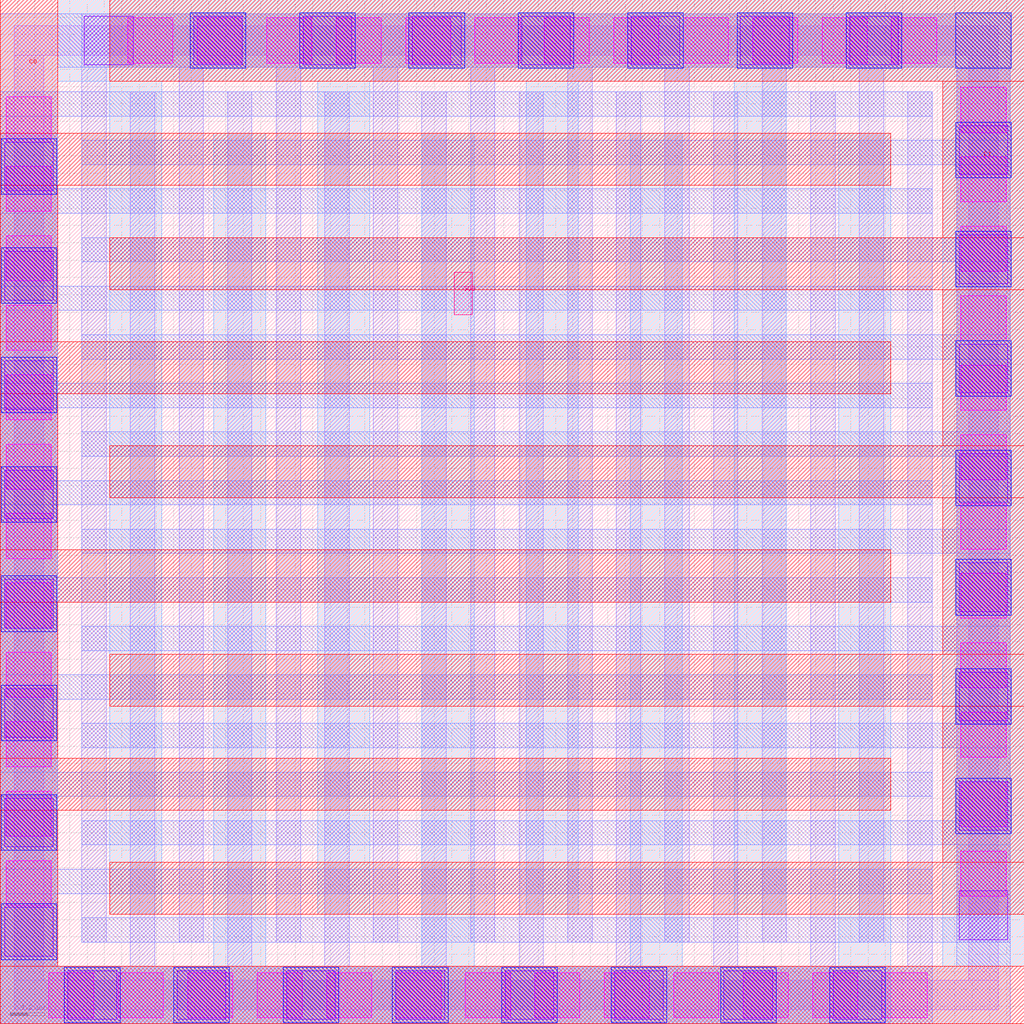
<source format=lef>
# Copyright 2020 The SkyWater PDK Authors
#
# Licensed under the Apache License, Version 2.0 (the "License");
# you may not use this file except in compliance with the License.
# You may obtain a copy of the License at
#
#     https://www.apache.org/licenses/LICENSE-2.0
#
# Unless required by applicable law or agreed to in writing, software
# distributed under the License is distributed on an "AS IS" BASIS,
# WITHOUT WARRANTIES OR CONDITIONS OF ANY KIND, either express or implied.
# See the License for the specific language governing permissions and
# limitations under the License.
#
# SPDX-License-Identifier: Apache-2.0

VERSION 5.7 ;
  NOWIREEXTENSIONATPIN ON ;
  DIVIDERCHAR "/" ;
  BUSBITCHARS "[]" ;
MACRO sky130_fd_pr__cap_vpp_05p9x05p9_m1m2m3m4_shieldl1_wafflecap
  CLASS BLOCK ;
  FOREIGN sky130_fd_pr__cap_vpp_05p9x05p9_m1m2m3m4_shieldl1_wafflecap ;
  ORIGIN  0.000000  0.000000 ;
  SIZE  5.900000 BY  5.900000 ;
  PIN C0
    PORT
      LAYER met4 ;
        RECT 0.000000 0.000000 5.900000 0.330000 ;
        RECT 0.000000 0.330000 0.330000 1.230000 ;
        RECT 0.000000 1.230000 5.130000 1.530000 ;
        RECT 0.000000 1.530000 0.330000 2.430000 ;
        RECT 0.000000 2.430000 5.130000 2.730000 ;
        RECT 0.000000 2.730000 0.330000 3.630000 ;
        RECT 0.000000 3.630000 5.130000 3.930000 ;
        RECT 0.000000 3.930000 0.330000 4.830000 ;
        RECT 0.000000 4.830000 5.130000 5.130000 ;
        RECT 0.000000 5.130000 0.330000 5.900000 ;
    END
  END C0
  PIN C1
    PORT
      LAYER met4 ;
        RECT 0.630000 0.630000 5.900000 0.930000 ;
        RECT 0.630000 1.830000 5.900000 2.130000 ;
        RECT 0.630000 3.030000 5.900000 3.330000 ;
        RECT 0.630000 4.230000 5.900000 4.530000 ;
        RECT 0.630000 5.430000 5.900000 5.900000 ;
        RECT 5.430000 0.930000 5.900000 1.830000 ;
        RECT 5.430000 2.130000 5.900000 3.030000 ;
        RECT 5.430000 3.330000 5.900000 4.230000 ;
        RECT 5.430000 4.530000 5.900000 5.430000 ;
    END
  END C1
  PIN SUB
    PORT
      LAYER pwell ;
        RECT 2.615000 4.085000 2.720000 4.330000 ;
    END
  END SUB
  OBS
    LAYER li1 ;
      RECT 0.080000 0.080000 5.750000 0.250000 ;
      RECT 0.080000 0.250000 0.250000 5.580000 ;
      RECT 0.080000 5.580000 5.750000 5.750000 ;
      RECT 5.580000 0.250000 5.750000 5.580000 ;
    LAYER met1 ;
      RECT 0.000000 0.000000 5.820000 0.330000 ;
      RECT 0.000000 0.330000 0.330000 5.820000 ;
      RECT 0.470000 0.470000 0.610000 5.510000 ;
      RECT 0.470000 5.510000 5.820000 5.820000 ;
      RECT 0.750000 0.330000 0.890000 5.370000 ;
      RECT 1.030000 0.470000 1.170000 5.510000 ;
      RECT 1.310000 0.330000 1.450000 5.370000 ;
      RECT 1.590000 0.470000 1.730000 5.510000 ;
      RECT 1.870000 0.330000 2.010000 5.370000 ;
      RECT 2.150000 0.470000 2.290000 5.510000 ;
      RECT 2.430000 0.330000 2.570000 5.370000 ;
      RECT 2.710000 0.470000 2.850000 5.510000 ;
      RECT 2.990000 0.330000 3.130000 5.370000 ;
      RECT 3.270000 0.470000 3.410000 5.510000 ;
      RECT 3.550000 0.330000 3.690000 5.370000 ;
      RECT 3.830000 0.470000 3.970000 5.510000 ;
      RECT 4.110000 0.330000 4.250000 5.370000 ;
      RECT 4.390000 0.470000 4.530000 5.510000 ;
      RECT 4.670000 0.330000 4.810000 5.370000 ;
      RECT 4.950000 0.470000 5.090000 5.510000 ;
      RECT 5.230000 0.330000 5.370000 5.370000 ;
      RECT 5.510000 0.470000 5.820000 5.510000 ;
    LAYER met2 ;
      RECT 0.000000 0.000000 5.370000 0.330000 ;
      RECT 0.000000 0.330000 0.330000 0.750000 ;
      RECT 0.000000 0.750000 5.370000 0.890000 ;
      RECT 0.000000 0.890000 0.330000 1.310000 ;
      RECT 0.000000 1.310000 5.370000 1.450000 ;
      RECT 0.000000 1.450000 0.330000 1.870000 ;
      RECT 0.000000 1.870000 5.370000 2.010000 ;
      RECT 0.000000 2.010000 0.330000 2.430000 ;
      RECT 0.000000 2.430000 5.370000 2.570000 ;
      RECT 0.000000 2.570000 0.330000 2.990000 ;
      RECT 0.000000 2.990000 5.370000 3.130000 ;
      RECT 0.000000 3.130000 0.330000 3.550000 ;
      RECT 0.000000 3.550000 5.370000 3.690000 ;
      RECT 0.000000 3.690000 0.330000 4.110000 ;
      RECT 0.000000 4.110000 5.370000 4.250000 ;
      RECT 0.000000 4.250000 0.330000 4.670000 ;
      RECT 0.000000 4.670000 5.370000 4.810000 ;
      RECT 0.000000 4.810000 0.330000 5.230000 ;
      RECT 0.000000 5.230000 5.370000 5.370000 ;
      RECT 0.330000 5.510000 5.820000 5.820000 ;
      RECT 0.470000 0.470000 5.820000 0.610000 ;
      RECT 0.470000 1.030000 5.820000 1.170000 ;
      RECT 0.470000 1.590000 5.820000 1.730000 ;
      RECT 0.470000 2.150000 5.820000 2.290000 ;
      RECT 0.470000 2.710000 5.820000 2.850000 ;
      RECT 0.470000 3.270000 5.820000 3.410000 ;
      RECT 0.470000 3.830000 5.820000 3.970000 ;
      RECT 0.470000 4.390000 5.820000 4.530000 ;
      RECT 0.470000 4.950000 5.820000 5.090000 ;
      RECT 5.510000 0.330000 5.820000 0.470000 ;
      RECT 5.510000 0.610000 5.820000 1.030000 ;
      RECT 5.510000 1.170000 5.820000 1.590000 ;
      RECT 5.510000 1.730000 5.820000 2.150000 ;
      RECT 5.510000 2.290000 5.820000 2.710000 ;
      RECT 5.510000 2.850000 5.820000 3.270000 ;
      RECT 5.510000 3.410000 5.820000 3.830000 ;
      RECT 5.510000 3.970000 5.820000 4.390000 ;
      RECT 5.510000 4.530000 5.820000 4.950000 ;
      RECT 5.510000 5.090000 5.820000 5.510000 ;
    LAYER met3 ;
      RECT 0.000000 0.000000 5.130000 0.330000 ;
      RECT 0.000000 0.330000 0.330000 5.130000 ;
      RECT 0.330000 5.430000 5.900000 5.900000 ;
      RECT 0.630000 0.630000 0.930000 5.430000 ;
      RECT 1.230000 0.330000 1.530000 5.130000 ;
      RECT 1.830000 0.630000 2.130000 5.430000 ;
      RECT 2.430000 0.330000 2.730000 5.130000 ;
      RECT 3.030000 0.630000 3.330000 5.430000 ;
      RECT 3.630000 0.330000 3.930000 5.130000 ;
      RECT 4.230000 0.630000 4.530000 5.430000 ;
      RECT 4.830000 0.330000 5.130000 5.130000 ;
      RECT 5.430000 0.330000 5.900000 5.430000 ;
    LAYER via ;
      RECT 0.035000 0.680000 0.295000 0.940000 ;
      RECT 0.035000 1.080000 0.295000 1.340000 ;
      RECT 0.035000 1.480000 0.295000 1.740000 ;
      RECT 0.035000 1.880000 0.295000 2.140000 ;
      RECT 0.035000 2.280000 0.295000 2.540000 ;
      RECT 0.035000 2.680000 0.295000 2.940000 ;
      RECT 0.035000 3.080000 0.295000 3.340000 ;
      RECT 0.035000 3.480000 0.295000 3.740000 ;
      RECT 0.035000 3.880000 0.295000 4.140000 ;
      RECT 0.035000 4.280000 0.295000 4.540000 ;
      RECT 0.035000 4.680000 0.295000 4.940000 ;
      RECT 0.035000 5.080000 0.295000 5.340000 ;
      RECT 0.280000 0.035000 0.540000 0.295000 ;
      RECT 0.680000 0.035000 0.940000 0.295000 ;
      RECT 0.735000 5.535000 0.995000 5.795000 ;
      RECT 1.080000 0.035000 1.340000 0.295000 ;
      RECT 1.135000 5.535000 1.395000 5.795000 ;
      RECT 1.480000 0.035000 1.740000 0.295000 ;
      RECT 1.535000 5.535000 1.795000 5.795000 ;
      RECT 1.880000 0.035000 2.140000 0.295000 ;
      RECT 1.935000 5.535000 2.195000 5.795000 ;
      RECT 2.280000 0.035000 2.540000 0.295000 ;
      RECT 2.335000 5.535000 2.595000 5.795000 ;
      RECT 2.680000 0.035000 2.940000 0.295000 ;
      RECT 2.735000 5.535000 2.995000 5.795000 ;
      RECT 3.080000 0.035000 3.340000 0.295000 ;
      RECT 3.135000 5.535000 3.395000 5.795000 ;
      RECT 3.480000 0.035000 3.740000 0.295000 ;
      RECT 3.535000 5.535000 3.795000 5.795000 ;
      RECT 3.880000 0.035000 4.140000 0.295000 ;
      RECT 3.935000 5.535000 4.195000 5.795000 ;
      RECT 4.280000 0.035000 4.540000 0.295000 ;
      RECT 4.335000 5.535000 4.595000 5.795000 ;
      RECT 4.680000 0.035000 4.940000 0.295000 ;
      RECT 4.735000 5.535000 4.995000 5.795000 ;
      RECT 5.080000 0.035000 5.340000 0.295000 ;
      RECT 5.135000 5.535000 5.395000 5.795000 ;
      RECT 5.535000 0.735000 5.795000 0.995000 ;
      RECT 5.535000 1.135000 5.795000 1.395000 ;
      RECT 5.535000 1.535000 5.795000 1.795000 ;
      RECT 5.535000 1.935000 5.795000 2.195000 ;
      RECT 5.535000 2.335000 5.795000 2.595000 ;
      RECT 5.535000 2.735000 5.795000 2.995000 ;
      RECT 5.535000 3.135000 5.795000 3.395000 ;
      RECT 5.535000 3.535000 5.795000 3.795000 ;
      RECT 5.535000 3.935000 5.795000 4.195000 ;
      RECT 5.535000 4.335000 5.795000 4.595000 ;
      RECT 5.535000 4.735000 5.795000 4.995000 ;
      RECT 5.535000 5.135000 5.795000 5.395000 ;
    LAYER via2 ;
      RECT 0.025000 0.390000 0.305000 0.670000 ;
      RECT 0.025000 1.020000 0.305000 1.300000 ;
      RECT 0.025000 1.650000 0.305000 1.930000 ;
      RECT 0.025000 2.280000 0.305000 2.560000 ;
      RECT 0.025000 2.910000 0.305000 3.190000 ;
      RECT 0.025000 3.540000 0.305000 3.820000 ;
      RECT 0.025000 4.170000 0.305000 4.450000 ;
      RECT 0.025000 4.800000 0.305000 5.080000 ;
      RECT 0.390000 0.025000 0.670000 0.305000 ;
      RECT 0.485000 5.525000 0.765000 5.805000 ;
      RECT 1.020000 0.025000 1.300000 0.305000 ;
      RECT 1.115000 5.525000 1.395000 5.805000 ;
      RECT 1.650000 0.025000 1.930000 0.305000 ;
      RECT 1.745000 5.525000 2.025000 5.805000 ;
      RECT 2.280000 0.025000 2.560000 0.305000 ;
      RECT 2.375000 5.525000 2.655000 5.805000 ;
      RECT 2.910000 0.025000 3.190000 0.305000 ;
      RECT 3.005000 5.525000 3.285000 5.805000 ;
      RECT 3.540000 0.025000 3.820000 0.305000 ;
      RECT 3.635000 5.525000 3.915000 5.805000 ;
      RECT 4.170000 0.025000 4.450000 0.305000 ;
      RECT 4.265000 5.525000 4.545000 5.805000 ;
      RECT 4.800000 0.025000 5.080000 0.305000 ;
      RECT 4.895000 5.525000 5.175000 5.805000 ;
      RECT 5.525000 0.485000 5.805000 0.765000 ;
      RECT 5.525000 1.115000 5.805000 1.395000 ;
      RECT 5.525000 1.745000 5.805000 2.025000 ;
      RECT 5.525000 2.375000 5.805000 2.655000 ;
      RECT 5.525000 3.005000 5.805000 3.285000 ;
      RECT 5.525000 3.635000 5.805000 3.915000 ;
      RECT 5.525000 4.265000 5.805000 4.545000 ;
      RECT 5.525000 4.895000 5.805000 5.175000 ;
    LAYER via3 ;
      RECT 0.005000 0.370000 0.325000 0.690000 ;
      RECT 0.005000 1.000000 0.325000 1.320000 ;
      RECT 0.005000 1.630000 0.325000 1.950000 ;
      RECT 0.005000 2.260000 0.325000 2.580000 ;
      RECT 0.005000 2.890000 0.325000 3.210000 ;
      RECT 0.005000 3.520000 0.325000 3.840000 ;
      RECT 0.005000 4.150000 0.325000 4.470000 ;
      RECT 0.005000 4.780000 0.325000 5.100000 ;
      RECT 0.370000 0.005000 0.690000 0.325000 ;
      RECT 1.000000 0.005000 1.320000 0.325000 ;
      RECT 1.095000 5.505000 1.415000 5.825000 ;
      RECT 1.630000 0.005000 1.950000 0.325000 ;
      RECT 1.725000 5.505000 2.045000 5.825000 ;
      RECT 2.260000 0.005000 2.580000 0.325000 ;
      RECT 2.355000 5.505000 2.675000 5.825000 ;
      RECT 2.890000 0.005000 3.210000 0.325000 ;
      RECT 2.985000 5.505000 3.305000 5.825000 ;
      RECT 3.520000 0.005000 3.840000 0.325000 ;
      RECT 3.615000 5.505000 3.935000 5.825000 ;
      RECT 4.150000 0.005000 4.470000 0.325000 ;
      RECT 4.245000 5.505000 4.565000 5.825000 ;
      RECT 4.780000 0.005000 5.100000 0.325000 ;
      RECT 4.875000 5.505000 5.195000 5.825000 ;
      RECT 5.505000 1.095000 5.825000 1.415000 ;
      RECT 5.505000 1.725000 5.825000 2.045000 ;
      RECT 5.505000 2.355000 5.825000 2.675000 ;
      RECT 5.505000 2.985000 5.825000 3.305000 ;
      RECT 5.505000 3.615000 5.825000 3.935000 ;
      RECT 5.505000 4.245000 5.825000 4.565000 ;
      RECT 5.505000 4.875000 5.825000 5.195000 ;
      RECT 5.505000 5.505000 5.825000 5.825000 ;
  END
END sky130_fd_pr__cap_vpp_05p9x05p9_m1m2m3m4_shieldl1_wafflecap
END LIBRARY

</source>
